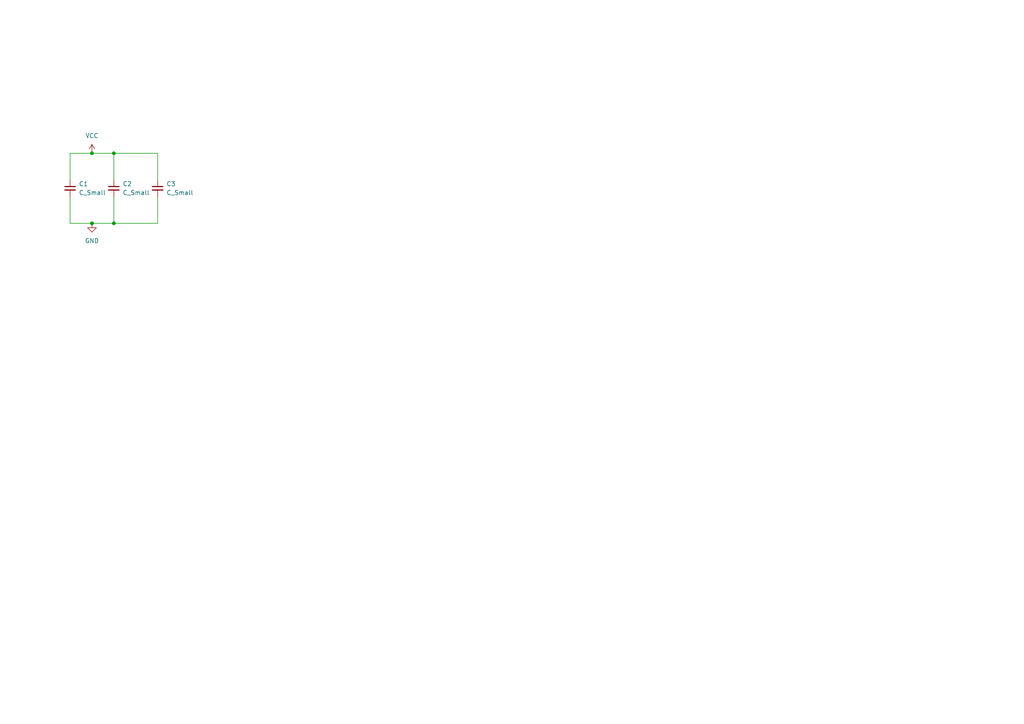
<source format=kicad_sch>
(kicad_sch (version 20230121) (generator eeschema)
  (paper "A4")
  (lib_symbols
    (symbol "Device:C_Small" (pin_numbers hide) (pin_names (offset 0.254) hide)
      (property "Reference" "C" (at 0.254 1.778 0))
      (property "Value" "C_Small" (at 0.254 -2.032 0))
      (symbol "C_Small_0_1"
        (polyline (pts (xy -1.524 -0.508) (xy 1.524 -0.508)) (stroke (width 0.3302)))
        (polyline (pts (xy -1.524 0.508) (xy 1.524 0.508)) (stroke (width 0.3048)))
      )
      (symbol "C_Small_1_1"
        (pin passive line (at 0 2.54 270) (length 2.032) (name "~") (number "1"))
        (pin passive line (at 0 -2.54 90) (length 2.032) (name "~") (number "2"))
      )
    )
    (symbol "power:GND" (power) (pin_names (offset 0))
      (property "Value" "GND" (at 0 -3.81 0))
      (symbol "GND_0_1"
        (polyline (pts (xy 0 0) (xy 0 -1.27) (xy 1.27 -1.27) (xy 0 -2.54) (xy -1.27 -1.27) (xy 0 -1.27)))
      )
      (symbol "GND_1_1"
        (pin power_in line (at 0 0 270) (length 0) hide (name "GND") (number "1"))
      )
    )
    (symbol "power:VCC" (power) (pin_names (offset 0))
      (property "Value" "VCC" (at 0 3.81 0))
      (symbol "VCC_0_1"
        (polyline (pts (xy -0.762 1.27) (xy 0 2.54)))
        (polyline (pts (xy 0 0) (xy 0 2.54)))
        (polyline (pts (xy 0 2.54) (xy 0.762 1.27)))
      )
      (symbol "VCC_1_1"
        (pin power_in line (at 0 0 90) (length 0) hide (name "VCC") (number "1"))
      )
    )
  )
  (junction (at 26.67 64.77))
  (junction (at 33.02 44.45))
  (junction (at 26.67 44.45))
  (junction (at 33.02 64.77))
  (wire (pts (xy 33.02 64.77) (xy 26.67 64.77)))
  (wire (pts (xy 20.32 44.45) (xy 26.67 44.45)))
  (wire (pts (xy 20.32 64.77) (xy 26.67 64.77)))
  (wire (pts (xy 33.02 52.07) (xy 33.02 44.45)))
  (wire (pts (xy 33.02 57.15) (xy 33.02 64.77)))
  (wire (pts (xy 45.72 57.15) (xy 45.72 64.77)))
  (wire (pts (xy 33.02 44.45) (xy 45.72 44.45)))
  (wire (pts (xy 33.02 64.77) (xy 45.72 64.77)))
  (wire (pts (xy 26.67 44.45) (xy 33.02 44.45)))
  (wire (pts (xy 20.32 57.15) (xy 20.32 64.77)))
  (wire (pts (xy 20.32 44.45) (xy 20.32 52.07)))
  (wire (pts (xy 45.72 52.07) (xy 45.72 44.45)))
  (symbol (lib_id "power:VCC") (at 26.67 44.45 0) (unit 1)
    (property "Reference" "#PWR01" (effects hide))
    (property "Value" "VCC" (at 26.67 39.37 0))
  )
  (symbol (lib_id "Device:C_Small") (at 33.02 54.61 0) (unit 1)
    (property "Reference" "C2" (at 35.56 53.3463 0) (effects (justify left)))
    (property "Value" "C_Small" (at 35.56 55.8863 0) (effects (justify left)))
    (property "Footprint" "Capacitor_SMD:C_0805_2012Metric" (effects hide))
  )
  (symbol (lib_id "Device:C_Small") (at 45.72 54.61 0) (unit 1)
    (property "Reference" "C3" (at 48.26 53.3463 0) (effects (justify left)))
    (property "Value" "C_Small" (at 48.26 55.8863 0) (effects (justify left)))
    (property "Footprint" "Capacitor_SMD:C_0805_2012Metric" (effects hide))
  )
  (symbol (lib_id "Device:C_Small") (at 20.32 54.61 0) (unit 1)
    (property "Reference" "C1" (at 22.86 53.3463 0) (effects (justify left)))
    (property "Value" "C_Small" (at 22.86 55.8863 0) (effects (justify left)))
    (property "Footprint" "Capacitor_SMD:C_0805_2012Metric" (effects hide))
  )
  (symbol (lib_id "power:GND") (at 26.67 64.77 0) (unit 1)
    (property "Reference" "#PWR02" (effects hide))
    (property "Value" "GND" (at 26.67 69.85 0))
  )
)
</source>
